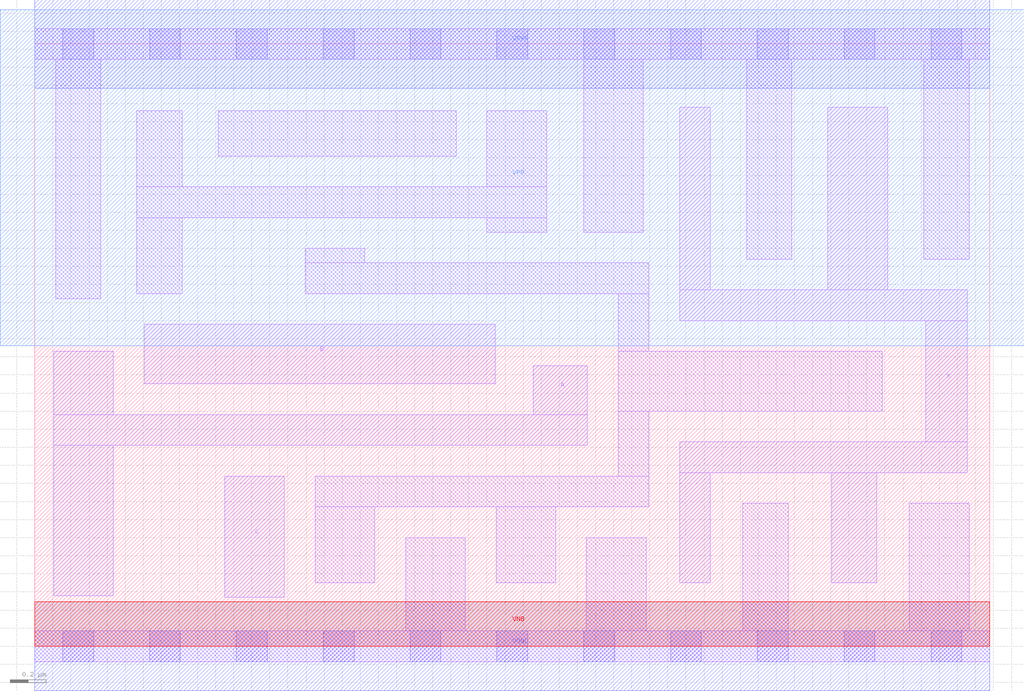
<source format=lef>
# Copyright 2020 The SkyWater PDK Authors
#
# Licensed under the Apache License, Version 2.0 (the "License");
# you may not use this file except in compliance with the License.
# You may obtain a copy of the License at
#
#     https://www.apache.org/licenses/LICENSE-2.0
#
# Unless required by applicable law or agreed to in writing, software
# distributed under the License is distributed on an "AS IS" BASIS,
# WITHOUT WARRANTIES OR CONDITIONS OF ANY KIND, either express or implied.
# See the License for the specific language governing permissions and
# limitations under the License.
#
# SPDX-License-Identifier: Apache-2.0

VERSION 5.7 ;
  NOWIREEXTENSIONATPIN ON ;
  DIVIDERCHAR "/" ;
  BUSBITCHARS "[]" ;
MACRO sky130_fd_sc_ls__or3_4
  CLASS CORE ;
  FOREIGN sky130_fd_sc_ls__or3_4 ;
  ORIGIN  0.000000  0.000000 ;
  SIZE  5.280000 BY  3.330000 ;
  SYMMETRY X Y ;
  SITE unit ;
  PIN A
    ANTENNAGATEAREA  0.411000 ;
    DIRECTION INPUT ;
    USE SIGNAL ;
    PORT
      LAYER li1 ;
        RECT 0.105000 0.280000 0.435000 1.110000 ;
        RECT 0.105000 1.110000 3.055000 1.280000 ;
        RECT 0.105000 1.280000 0.435000 1.630000 ;
        RECT 2.755000 1.280000 3.055000 1.550000 ;
    END
  END A
  PIN B
    ANTENNAGATEAREA  0.411000 ;
    DIRECTION INPUT ;
    USE SIGNAL ;
    PORT
      LAYER li1 ;
        RECT 0.605000 1.450000 2.545000 1.780000 ;
    END
  END B
  PIN C
    ANTENNAGATEAREA  0.411000 ;
    DIRECTION INPUT ;
    USE SIGNAL ;
    PORT
      LAYER li1 ;
        RECT 1.050000 0.270000 1.380000 0.940000 ;
    END
  END C
  PIN VNB
    PORT
      LAYER pwell ;
        RECT 0.000000 0.000000 5.280000 0.245000 ;
    END
  END VNB
  PIN VPB
    PORT
      LAYER nwell ;
        RECT -0.190000 1.660000 5.470000 3.520000 ;
    END
  END VPB
  PIN X
    ANTENNADIFFAREA  1.090100 ;
    DIRECTION OUTPUT ;
    USE SIGNAL ;
    PORT
      LAYER li1 ;
        RECT 3.565000 0.350000 3.735000 0.960000 ;
        RECT 3.565000 0.960000 5.155000 1.130000 ;
        RECT 3.565000 1.800000 5.155000 1.970000 ;
        RECT 3.565000 1.970000 3.735000 2.980000 ;
        RECT 4.385000 1.970000 4.715000 2.980000 ;
        RECT 4.405000 0.350000 4.655000 0.960000 ;
        RECT 4.925000 1.130000 5.155000 1.800000 ;
    END
  END X
  PIN VGND
    DIRECTION INOUT ;
    SHAPE ABUTMENT ;
    USE GROUND ;
    PORT
      LAYER met1 ;
        RECT 0.000000 -0.245000 5.280000 0.245000 ;
    END
  END VGND
  PIN VPWR
    DIRECTION INOUT ;
    SHAPE ABUTMENT ;
    USE POWER ;
    PORT
      LAYER met1 ;
        RECT 0.000000 3.085000 5.280000 3.575000 ;
    END
  END VPWR
  OBS
    LAYER li1 ;
      RECT 0.000000 -0.085000 5.280000 0.085000 ;
      RECT 0.000000  3.245000 5.280000 3.415000 ;
      RECT 0.115000  1.920000 0.365000 3.245000 ;
      RECT 0.565000  1.950000 0.815000 2.370000 ;
      RECT 0.565000  2.370000 2.830000 2.540000 ;
      RECT 0.565000  2.540000 0.815000 2.960000 ;
      RECT 1.015000  2.710000 2.330000 2.960000 ;
      RECT 1.495000  1.950000 3.395000 2.120000 ;
      RECT 1.495000  2.120000 1.825000 2.200000 ;
      RECT 1.550000  0.350000 1.880000 0.770000 ;
      RECT 1.550000  0.770000 3.395000 0.940000 ;
      RECT 2.050000  0.085000 2.380000 0.600000 ;
      RECT 2.500000  2.290000 2.830000 2.370000 ;
      RECT 2.500000  2.540000 2.830000 2.960000 ;
      RECT 2.550000  0.350000 2.880000 0.770000 ;
      RECT 3.035000  2.290000 3.365000 3.245000 ;
      RECT 3.050000  0.085000 3.380000 0.600000 ;
      RECT 3.225000  0.940000 3.395000 1.300000 ;
      RECT 3.225000  1.300000 4.685000 1.630000 ;
      RECT 3.225000  1.630000 3.395000 1.950000 ;
      RECT 3.915000  0.085000 4.165000 0.790000 ;
      RECT 3.935000  2.140000 4.185000 3.245000 ;
      RECT 4.835000  0.085000 5.165000 0.790000 ;
      RECT 4.915000  2.140000 5.165000 3.245000 ;
    LAYER mcon ;
      RECT 0.155000 -0.085000 0.325000 0.085000 ;
      RECT 0.155000  3.245000 0.325000 3.415000 ;
      RECT 0.635000 -0.085000 0.805000 0.085000 ;
      RECT 0.635000  3.245000 0.805000 3.415000 ;
      RECT 1.115000 -0.085000 1.285000 0.085000 ;
      RECT 1.115000  3.245000 1.285000 3.415000 ;
      RECT 1.595000 -0.085000 1.765000 0.085000 ;
      RECT 1.595000  3.245000 1.765000 3.415000 ;
      RECT 2.075000 -0.085000 2.245000 0.085000 ;
      RECT 2.075000  3.245000 2.245000 3.415000 ;
      RECT 2.555000 -0.085000 2.725000 0.085000 ;
      RECT 2.555000  3.245000 2.725000 3.415000 ;
      RECT 3.035000 -0.085000 3.205000 0.085000 ;
      RECT 3.035000  3.245000 3.205000 3.415000 ;
      RECT 3.515000 -0.085000 3.685000 0.085000 ;
      RECT 3.515000  3.245000 3.685000 3.415000 ;
      RECT 3.995000 -0.085000 4.165000 0.085000 ;
      RECT 3.995000  3.245000 4.165000 3.415000 ;
      RECT 4.475000 -0.085000 4.645000 0.085000 ;
      RECT 4.475000  3.245000 4.645000 3.415000 ;
      RECT 4.955000 -0.085000 5.125000 0.085000 ;
      RECT 4.955000  3.245000 5.125000 3.415000 ;
  END
END sky130_fd_sc_ls__or3_4
END LIBRARY

</source>
